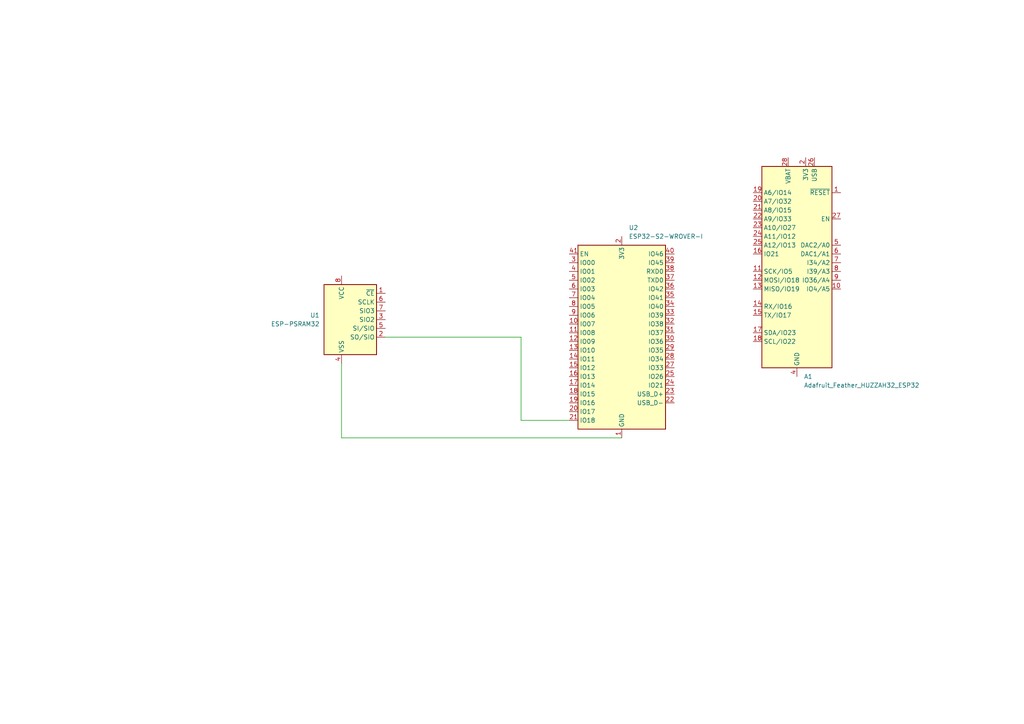
<source format=kicad_sch>
(kicad_sch (version 20211123) (generator eeschema)
  (paper "A4")
  (lib_symbols
    (symbol "MCU_Module:Adafruit_Feather_HUZZAH32_ESP32"
      (property "Reference" "A" (at -10.16 29.21 0))
      (property "Value" "Adafruit_Feather_HUZZAH32_ESP32" (at 2.54 -31.75 0))
      (symbol "Adafruit_Feather_HUZZAH32_ESP32_0_1"
        (rectangle (start -10.16 27.94) (end 10.16 -30.48) (stroke (width 0.254)) (fill (type background)))
      )
      (symbol "Adafruit_Feather_HUZZAH32_ESP32_1_1"
        (pin input line (at 12.7 20.32 180) (length 2.54) (name "~{RESET}") (number "1"))
        (pin bidirectional line (at 12.7 -7.62 180) (length 2.54) (name "IO4/A5") (number "10"))
        (pin bidirectional line (at -12.7 -2.54 0) (length 2.54) (name "SCK/IO5") (number "11"))
        (pin bidirectional line (at -12.7 -5.08 0) (length 2.54) (name "MOSI/IO18") (number "12"))
        (pin bidirectional line (at -12.7 -7.62 0) (length 2.54) (name "MISO/IO19") (number "13"))
        (pin bidirectional line (at -12.7 -12.7 0) (length 2.54) (name "RX/IO16") (number "14"))
        (pin bidirectional line (at -12.7 -15.24 0) (length 2.54) (name "TX/IO17") (number "15"))
        (pin bidirectional line (at -12.7 2.54 0) (length 2.54) (name "IO21") (number "16"))
        (pin bidirectional line (at -12.7 -20.32 0) (length 2.54) (name "SDA/IO23") (number "17"))
        (pin bidirectional line (at -12.7 -22.86 0) (length 2.54) (name "SCL/IO22") (number "18"))
        (pin bidirectional line (at -12.7 20.32 0) (length 2.54) (name "A6/IO14") (number "19"))
        (pin power_in line (at 2.54 30.48 270) (length 2.54) (name "3V3") (number "2"))
        (pin bidirectional line (at -12.7 17.78 0) (length 2.54) (name "A7/IO32") (number "20"))
        (pin bidirectional line (at -12.7 15.24 0) (length 2.54) (name "A8/IO15") (number "21"))
        (pin bidirectional line (at -12.7 12.7 0) (length 2.54) (name "A9/IO33") (number "22"))
        (pin bidirectional line (at -12.7 10.16 0) (length 2.54) (name "A10/IO27") (number "23"))
        (pin bidirectional line (at -12.7 7.62 0) (length 2.54) (name "A11/IO12") (number "24"))
        (pin bidirectional line (at -12.7 5.08 0) (length 2.54) (name "A12/IO13") (number "25"))
        (pin power_in line (at 5.08 30.48 270) (length 2.54) (name "USB") (number "26"))
        (pin input line (at 12.7 12.7 180) (length 2.54) (name "EN") (number "27"))
        (pin power_in line (at -2.54 30.48 270) (length 2.54) (name "VBAT") (number "28"))
        (pin no_connect line (at 10.16 10.16 180) (length 2.54) hide (name "NC") (number "3"))
        (pin power_in line (at 0 -33.02 90) (length 2.54) (name "GND") (number "4"))
        (pin bidirectional line (at 12.7 5.08 180) (length 2.54) (name "DAC2/A0") (number "5"))
        (pin bidirectional line (at 12.7 2.54 180) (length 2.54) (name "DAC1/A1") (number "6"))
        (pin bidirectional line (at 12.7 0 180) (length 2.54) (name "I34/A2") (number "7"))
        (pin bidirectional line (at 12.7 -2.54 180) (length 2.54) (name "I39/A3") (number "8"))
        (pin bidirectional line (at 12.7 -5.08 180) (length 2.54) (name "IO36/A4") (number "9"))
      )
    )
    (symbol "Memory_RAM:ESP-PSRAM32"
      (property "Reference" "U" (at 3.81 11.43 0))
      (property "Value" "ESP-PSRAM32" (at -1.27 -11.43 0))
      (symbol "ESP-PSRAM32_0_1"
        (rectangle (start -7.62 10.16) (end 7.62 -10.16) (stroke (width 0.254)) (fill (type background)))
      )
      (symbol "ESP-PSRAM32_1_1"
        (pin input line (at 10.16 7.62 180) (length 2.54) (name "~{CE}") (number "1"))
        (pin output line (at 10.16 -5.08 180) (length 2.54) (name "SO/SIO") (number "2"))
        (pin bidirectional line (at 10.16 0 180) (length 2.54) (name "SIO2") (number "3"))
        (pin power_in line (at -2.54 -12.7 90) (length 2.54) (name "VSS") (number "4"))
        (pin input line (at 10.16 -2.54 180) (length 2.54) (name "SI/SIO") (number "5"))
        (pin output line (at 10.16 5.08 180) (length 2.54) (name "SCLK") (number "6"))
        (pin bidirectional line (at 10.16 2.54 180) (length 2.54) (name "SIO3") (number "7"))
        (pin power_in line (at -2.54 12.7 270) (length 2.54) (name "VCC") (number "8"))
      )
    )
    (symbol "RF_Module:ESP32-S2-WROVER-I"
      (property "Reference" "U" (at -12.7 29.21 0))
      (property "Value" "ESP32-S2-WROVER-I" (at 2.54 29.21 0))
      (symbol "ESP32-S2-WROVER-I_0_1"
        (rectangle (start -12.7 27.94) (end 12.7 -25.4) (stroke (width 0.254)) (fill (type background)))
      )
      (symbol "ESP32-S2-WROVER-I_1_1"
        (pin power_in line (at 0 -27.94 90) (length 2.54) (name "GND") (number "1"))
        (pin bidirectional line (at -15.24 5.08 0) (length 2.54) (name "IO07") (number "10"))
        (pin bidirectional line (at -15.24 2.54 0) (length 2.54) (name "IO08") (number "11"))
        (pin bidirectional line (at -15.24 0 0) (length 2.54) (name "IO09") (number "12"))
        (pin bidirectional line (at -15.24 -2.54 0) (length 2.54) (name "IO10") (number "13"))
        (pin bidirectional line (at -15.24 -5.08 0) (length 2.54) (name "IO11") (number "14"))
        (pin bidirectional line (at -15.24 -7.62 0) (length 2.54) (name "IO12") (number "15"))
        (pin bidirectional line (at -15.24 -10.16 0) (length 2.54) (name "IO13") (number "16"))
        (pin bidirectional line (at -15.24 -12.7 0) (length 2.54) (name "IO14") (number "17"))
        (pin bidirectional line (at -15.24 -15.24 0) (length 2.54) (name "IO15") (number "18"))
        (pin bidirectional line (at -15.24 -17.78 0) (length 2.54) (name "IO16") (number "19"))
        (pin power_in line (at 0 30.48 270) (length 2.54) (name "3V3") (number "2"))
        (pin bidirectional line (at -15.24 -20.32 0) (length 2.54) (name "IO17") (number "20"))
        (pin bidirectional line (at -15.24 -22.86 0) (length 2.54) (name "IO18") (number "21"))
        (pin bidirectional line (at 15.24 -17.78 180) (length 2.54) (name "USB_D-") (number "22"))
        (pin bidirectional line (at 15.24 -15.24 180) (length 2.54) (name "USB_D+") (number "23"))
        (pin bidirectional line (at 15.24 -12.7 180) (length 2.54) (name "IO21") (number "24"))
        (pin bidirectional line (at 15.24 -10.16 180) (length 2.54) (name "IO26") (number "25"))
        (pin passive line (at 0 -27.94 90) (length 2.54) hide (name "GND") (number "26"))
        (pin bidirectional line (at 15.24 -7.62 180) (length 2.54) (name "IO33") (number "27"))
        (pin bidirectional line (at 15.24 -5.08 180) (length 2.54) (name "IO34") (number "28"))
        (pin bidirectional line (at 15.24 -2.54 180) (length 2.54) (name "IO35") (number "29"))
        (pin bidirectional line (at -15.24 22.86 0) (length 2.54) (name "IO00") (number "3"))
        (pin bidirectional line (at 15.24 0 180) (length 2.54) (name "IO36") (number "30"))
        (pin bidirectional line (at 15.24 2.54 180) (length 2.54) (name "IO37") (number "31"))
        (pin bidirectional line (at 15.24 5.08 180) (length 2.54) (name "IO38") (number "32"))
        (pin bidirectional line (at 15.24 7.62 180) (length 2.54) (name "IO39") (number "33"))
        (pin bidirectional line (at 15.24 10.16 180) (length 2.54) (name "IO40") (number "34"))
        (pin bidirectional line (at 15.24 12.7 180) (length 2.54) (name "IO41") (number "35"))
        (pin bidirectional line (at 15.24 15.24 180) (length 2.54) (name "IO42") (number "36"))
        (pin bidirectional line (at 15.24 17.78 180) (length 2.54) (name "TXD0") (number "37"))
        (pin bidirectional line (at 15.24 20.32 180) (length 2.54) (name "RXD0") (number "38"))
        (pin bidirectional line (at 15.24 22.86 180) (length 2.54) (name "IO45") (number "39"))
        (pin bidirectional line (at -15.24 20.32 0) (length 2.54) (name "IO01") (number "4"))
        (pin input line (at 15.24 25.4 180) (length 2.54) (name "IO46") (number "40"))
        (pin input line (at -15.24 25.4 0) (length 2.54) (name "EN") (number "41"))
        (pin passive line (at 0 -27.94 90) (length 2.54) hide (name "GND") (number "42"))
        (pin passive line (at 0 -27.94 90) (length 2.54) hide (name "GND") (number "43"))
        (pin bidirectional line (at -15.24 17.78 0) (length 2.54) (name "IO02") (number "5"))
        (pin bidirectional line (at -15.24 15.24 0) (length 2.54) (name "IO03") (number "6"))
        (pin bidirectional line (at -15.24 12.7 0) (length 2.54) (name "IO04") (number "7"))
        (pin bidirectional line (at -15.24 10.16 0) (length 2.54) (name "IO05") (number "8"))
        (pin bidirectional line (at -15.24 7.62 0) (length 2.54) (name "IO06") (number "9"))
      )
    )
  )
  (wire (pts (xy 99.06 105.41) (xy 99.06 127)))
  (wire (pts (xy 151.13 97.79) (xy 151.13 121.92)))
  (wire (pts (xy 151.13 121.92) (xy 165.1 121.92)))
  (wire (pts (xy 111.76 97.79) (xy 151.13 97.79)))
  (wire (pts (xy 99.06 127) (xy 180.34 127)))
  (symbol (lib_id "RF_Module:ESP32-S2-WROVER-I") (at 180.34 99.06 0) (unit 1)
    (property "Reference" "U2" (at 182.3594 66.04 0) (effects (justify left)))
    (property "Value" "ESP32-S2-WROVER-I" (at 182.3594 68.58 0) (effects (justify left)))
    (property "Footprint" "RF_Module:ESP32-S2-WROVER" (effects hide))
    (property "Datasheet" "https://www.espressif.com/sites/default/files/documentation/esp32-s2-wroom_esp32-s2-wroom-i_datasheet_en.pdf" (effects hide))
  )
  (symbol (lib_id "Memory_RAM:ESP-PSRAM32") (at 101.6 92.71 0) (unit 1)
    (property "Reference" "U1" (at 92.71 91.4399 0) (effects (justify right)))
    (property "Value" "ESP-PSRAM32" (at 92.71 93.9799 0) (effects (justify right)))
    (property "Footprint" "Package_SO:SOIC-8_3.9x4.9mm_P1.27mm" (effects hide))
    (property "Datasheet" "https://www.espressif.com/sites/default/files/documentation/esp-psram32_datasheet_en.pdf" (effects hide))
  )
  (symbol (lib_id "MCU_Module:Adafruit_Feather_HUZZAH32_ESP32") (at 231.14 76.2 0) (unit 1)
    (property "Reference" "A1" (at 233.1594 109.22 0) (effects (justify left)))
    (property "Value" "Adafruit_Feather_HUZZAH32_ESP32" (at 233.1594 111.76 0) (effects (justify left)))
    (property "Footprint" "Module:Adafruit_Feather" (effects hide))
    (property "Datasheet" "https://cdn-learn.adafruit.com/downloads/pdf/adafruit-huzzah32-esp32-feather.pdf" (effects hide))
  )
)
</source>
